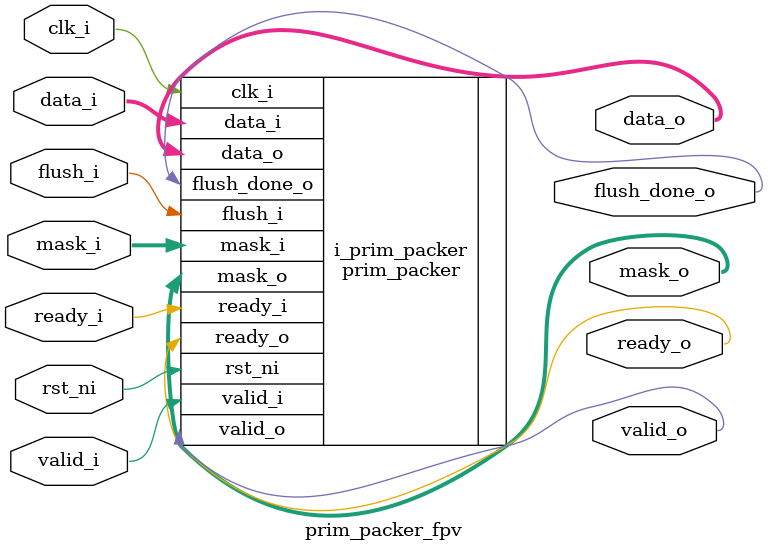
<source format=sv>

module prim_packer_fpv #(
  parameter  InW = 8,
  parameter  OutW = 8
) (
  input  clk_i,
  input  rst_ni,
  input  valid_i,
  input [InW-1:0] data_i,
  input [InW-1:0] mask_i,
  output  ready_o,
  output logic valid_o,
  output logic[OutW-1:0] data_o,
  output logic[OutW-1:0] mask_o,
  input  ready_i,
  input  flush_i,
  output logic flush_done_o
);


  prim_packer #(
    .InW(InW),
    .OutW(OutW)
  ) i_prim_packer (
    .clk_i,
    .rst_ni,
    .valid_i,
    .data_i,
    .mask_i,
    .ready_o,
    .valid_o,
    .data_o,
    .mask_o,
    .ready_i,
    .flush_i,
    .flush_done_o
  );


endmodule : prim_packer_fpv

</source>
